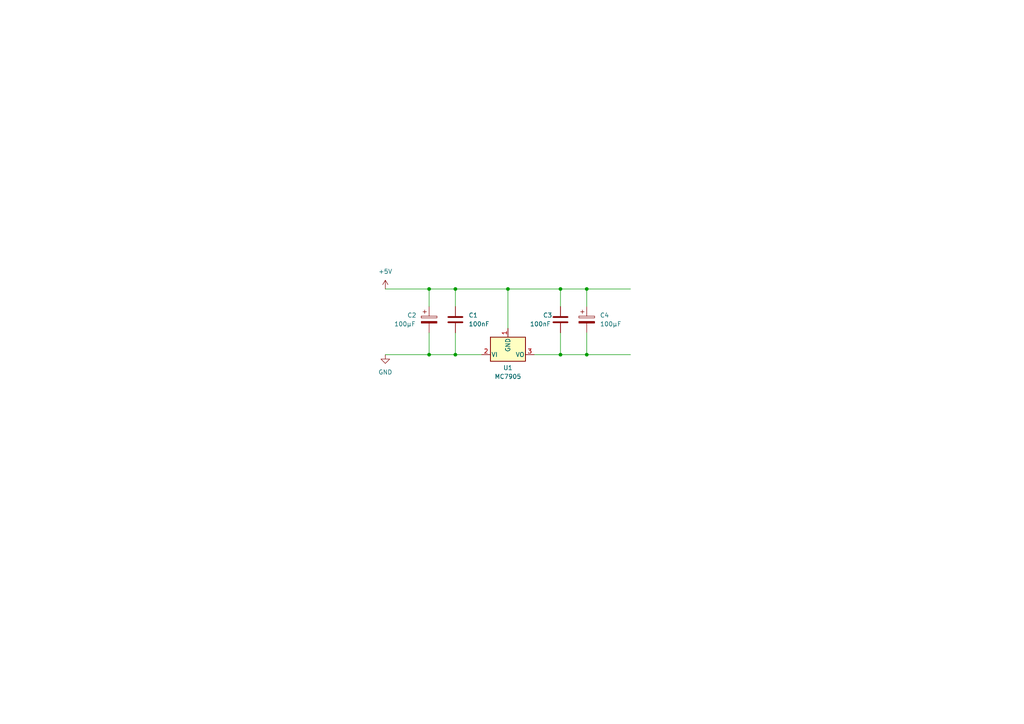
<source format=kicad_sch>
(kicad_sch (version 20230121) (generator eeschema)
  (paper "A4")
  (title_block (title "Power supply circuit diagramm") (rev "01") (company "Mark Narain Enzinger"))
  (lib_symbols
    (symbol "Device:C" (pin_numbers hide) (pin_names (offset 0.254))
      (property "Reference" "C" (at 0.635 2.54 0))
      (property "Value" "C" (at 0.635 -2.54 0))
      (symbol "C_0_1"
        (polyline (pts (xy -2.032 -0.762) (xy 2.032 -0.762)) (stroke (width 0.508)))
        (polyline (pts (xy -2.032 0.762) (xy 2.032 0.762)) (stroke (width 0.508)))
      )
      (symbol "C_1_1"
        (pin passive line (at 0 3.81 270) (length 2.794) (name "~") (number "1"))
        (pin passive line (at 0 -3.81 90) (length 2.794) (name "~") (number "2"))
      )
    )
    (symbol "Device:C_Polarized" (pin_numbers hide) (pin_names (offset 0.254))
      (property "Reference" "C" (at 0.635 2.54 0))
      (property "Value" "C_Polarized" (at 0.635 -2.54 0))
      (symbol "C_Polarized_0_1"
        (rectangle (start -2.286 0.508) (end 2.286 1.016))
        (polyline (pts (xy -1.778 2.286) (xy -0.762 2.286)))
        (polyline (pts (xy -1.27 2.794) (xy -1.27 1.778)))
        (rectangle (start 2.286 -0.508) (end -2.286 -1.016) (fill (type outline)))
      )
      (symbol "C_Polarized_1_1"
        (pin passive line (at 0 3.81 270) (length 2.794) (name "~") (number "1"))
        (pin passive line (at 0 -3.81 90) (length 2.794) (name "~") (number "2"))
      )
    )
    (symbol "Regulator_Linear:MC7905" (pin_names (offset 0.254))
      (property "Reference" "U" (at -3.81 -3.175 0))
      (property "Value" "MC7905" (at 0 -3.175 0))
      (symbol "MC7905_0_1"
        (rectangle (start -5.08 5.08) (end 5.08 -1.905) (stroke (width 0.254)) (fill (type background)))
      )
      (symbol "MC7905_1_1"
        (pin power_in line (at 0 7.62 270) (length 2.54) (name "GND") (number "1"))
        (pin power_in line (at -7.62 0 0) (length 2.54) (name "VI") (number "2"))
        (pin power_out line (at 7.62 0 180) (length 2.54) (name "VO") (number "3"))
      )
    )
    (symbol "power:+5V" (power) (pin_names (offset 0))
      (property "Value" "+5V" (at 0 3.556 0))
      (symbol "+5V_0_1"
        (polyline (pts (xy -0.762 1.27) (xy 0 2.54)))
        (polyline (pts (xy 0 0) (xy 0 2.54)))
        (polyline (pts (xy 0 2.54) (xy 0.762 1.27)))
      )
      (symbol "+5V_1_1"
        (pin power_in line (at 0 0 90) (length 0) hide (name "+5V") (number "1"))
      )
    )
    (symbol "power:GND" (power) (pin_names (offset 0))
      (property "Value" "GND" (at 0 -3.81 0))
      (symbol "GND_0_1"
        (polyline (pts (xy 0 0) (xy 0 -1.27) (xy 1.27 -1.27) (xy 0 -2.54) (xy -1.27 -1.27) (xy 0 -1.27)))
      )
      (symbol "GND_1_1"
        (pin power_in line (at 0 0 270) (length 0) hide (name "GND") (number "1"))
      )
    )
  )
  (junction (at 162.56 83.82))
  (junction (at 170.18 102.87))
  (junction (at 132.08 102.87))
  (junction (at 170.18 83.82))
  (junction (at 132.08 83.82))
  (junction (at 124.46 102.87))
  (junction (at 147.32 83.82))
  (junction (at 124.46 83.82))
  (junction (at 162.56 102.87))
  (wire (pts (xy 132.08 83.82) (xy 147.32 83.82)))
  (wire (pts (xy 162.56 102.87) (xy 170.18 102.87)))
  (wire (pts (xy 162.56 96.52) (xy 162.56 102.87)))
  (wire (pts (xy 111.76 102.87) (xy 124.46 102.87)))
  (wire (pts (xy 170.18 83.82) (xy 170.18 88.9)))
  (wire (pts (xy 162.56 83.82) (xy 162.56 88.9)))
  (wire (pts (xy 147.32 83.82) (xy 162.56 83.82)))
  (wire (pts (xy 170.18 96.52) (xy 170.18 102.87)))
  (wire (pts (xy 124.46 96.52) (xy 124.46 102.87)))
  (wire (pts (xy 124.46 102.87) (xy 132.08 102.87)))
  (wire (pts (xy 124.46 83.82) (xy 124.46 88.9)))
  (wire (pts (xy 154.94 102.87) (xy 162.56 102.87)))
  (wire (pts (xy 170.18 83.82) (xy 182.88 83.82)))
  (wire (pts (xy 162.56 83.82) (xy 170.18 83.82)))
  (wire (pts (xy 132.08 83.82) (xy 132.08 88.9)))
  (wire (pts (xy 147.32 83.82) (xy 147.32 95.25)))
  (wire (pts (xy 132.08 96.52) (xy 132.08 102.87)))
  (wire (pts (xy 124.46 83.82) (xy 132.08 83.82)))
  (wire (pts (xy 111.76 83.82) (xy 124.46 83.82)))
  (wire (pts (xy 170.18 102.87) (xy 182.88 102.87)))
  (wire (pts (xy 132.08 102.87) (xy 139.7 102.87)))
  (symbol (lib_id "power:+5V") (at 111.76 83.82 0) (unit 1)
    (property "Reference" "#PWR01" (effects hide))
    (property "Value" "+5V" (at 111.76 78.74 0))
  )
  (symbol (lib_id "Regulator_Linear:MC7905") (at 147.32 102.87 0) (unit 1)
    (property "Reference" "U1" (at 147.32 106.68 0))
    (property "Value" "MC7905" (at 147.32 109.22 0))
    (property "Datasheet" "http://www.onsemi.com/pub/Collateral/MC7900-D.PDF" (effects hide))
  )
  (symbol (lib_id "power:GND") (at 111.76 102.87 0) (unit 1)
    (property "Reference" "#PWR02" (effects hide))
    (property "Value" "GND" (at 111.76 107.95 0))
  )
  (symbol (lib_id "Device:C_Polarized") (at 124.46 92.71 0) (unit 1)
    (property "Reference" "C2" (at 118.11 91.44 0) (effects (justify left)))
    (property "Value" "100µF" (at 114.3 93.98 0) (effects (justify left)))
  )
  (symbol (lib_id "Device:C") (at 132.08 92.71 0) (unit 1)
    (property "Reference" "C1" (at 135.89 91.44 0) (effects (justify left)))
    (property "Value" "100nF" (at 135.89 93.98 0) (effects (justify left)))
  )
  (symbol (lib_id "Device:C_Polarized") (at 170.18 92.71 0) (unit 1)
    (property "Reference" "C4" (at 173.99 91.44 0) (effects (justify left)))
    (property "Value" "100µF" (at 173.99 93.98 0) (effects (justify left)))
  )
  (symbol (lib_id "Device:C") (at 162.56 92.71 0) (unit 1)
    (property "Reference" "C3" (at 157.48 91.44 0) (effects (justify left)))
    (property "Value" "100nF" (at 153.67 93.98 0) (effects (justify left)))
  )
)
</source>
